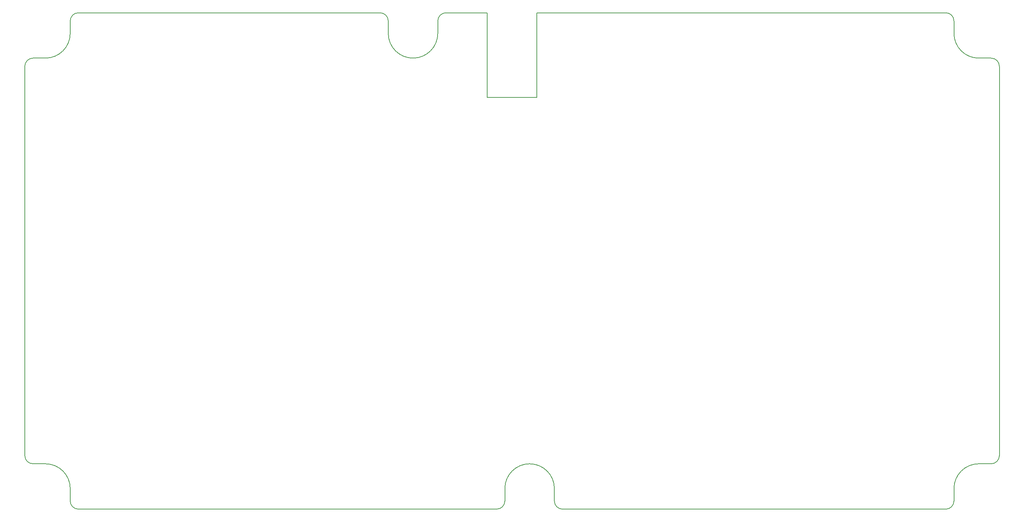
<source format=gbr>
%TF.GenerationSoftware,KiCad,Pcbnew,7.0.7*%
%TF.CreationDate,2023-10-08T10:30:22+09:00*%
%TF.ProjectId,lvls,6c766c73-2e6b-4696-9361-645f70636258,rev?*%
%TF.SameCoordinates,Original*%
%TF.FileFunction,Profile,NP*%
%FSLAX46Y46*%
G04 Gerber Fmt 4.6, Leading zero omitted, Abs format (unit mm)*
G04 Created by KiCad (PCBNEW 7.0.7) date 2023-10-08 10:30:22*
%MOMM*%
%LPD*%
G01*
G04 APERTURE LIST*
%TA.AperFunction,Profile*%
%ADD10C,0.200000*%
%TD*%
G04 APERTURE END LIST*
D10*
X25100000Y-34300000D02*
G75*
G03*
X31100000Y-28300000I0J6000000D01*
G01*
X251199730Y-132670230D02*
G75*
G03*
X245199730Y-138670263I-30J-5999970D01*
G01*
X243199730Y-143670230D02*
G75*
G03*
X245199730Y-141670263I-30J2000030D01*
G01*
X132149865Y-23300000D02*
X132149865Y-43800000D01*
X134396350Y-143670250D02*
G75*
G03*
X136396350Y-141670263I50J1999950D01*
G01*
X22100000Y-132670263D02*
X25100000Y-132670263D01*
X108149865Y-28300000D02*
G75*
G03*
X120149865Y-28300000I6000000J0D01*
G01*
X33100000Y-23300000D02*
X106149865Y-23300000D01*
X33100000Y-23300000D02*
G75*
G03*
X31100000Y-25300000I0J-2000000D01*
G01*
X20100037Y-130670263D02*
G75*
G03*
X22100000Y-132670263I1999963J-37D01*
G01*
X256199730Y-36300000D02*
X256199730Y-130670263D01*
X120149865Y-25300000D02*
X120149865Y-28300000D01*
X31100037Y-141670263D02*
G75*
G03*
X33100000Y-143670263I1999963J-37D01*
G01*
X245199730Y-141670263D02*
X245199730Y-138670263D01*
X254199730Y-34300000D02*
X251199730Y-34300000D01*
X20100000Y-36300000D02*
X20100000Y-130670263D01*
X254199730Y-132670230D02*
G75*
G03*
X256199730Y-130670263I-30J2000030D01*
G01*
X122149865Y-23299965D02*
G75*
G03*
X120149865Y-25300000I35J-2000035D01*
G01*
X122149865Y-23300000D02*
X132149865Y-23300000D01*
X31100007Y-138670263D02*
G75*
G03*
X25100000Y-132670263I-6000007J-7D01*
G01*
X31100000Y-141670263D02*
X31100000Y-138670263D01*
X148396350Y-138670263D02*
G75*
G03*
X136396350Y-138670263I-6000000J0D01*
G01*
X22100000Y-34300000D02*
G75*
G03*
X20100000Y-36300000I0J-2000000D01*
G01*
X132149865Y-43800000D02*
X144149865Y-43800000D01*
X108149900Y-25300000D02*
G75*
G03*
X106149865Y-23300000I-2000000J0D01*
G01*
X136396350Y-141670263D02*
X136396350Y-138670263D01*
X150396350Y-143670263D02*
X243199730Y-143670263D01*
X148396350Y-141670263D02*
X148396350Y-138670263D01*
X245199700Y-25300000D02*
G75*
G03*
X243199730Y-23300000I-1999900J100D01*
G01*
X148396437Y-141670263D02*
G75*
G03*
X150396350Y-143670263I1999963J-37D01*
G01*
X245199730Y-25300000D02*
X245199730Y-28300000D01*
X33100000Y-143670263D02*
X134396350Y-143670263D01*
X245199700Y-28300000D02*
G75*
G03*
X251199730Y-34300000I6000000J0D01*
G01*
X22100000Y-34300000D02*
X25100000Y-34300000D01*
X108149865Y-25300000D02*
X108149865Y-28300000D01*
X31100000Y-25300000D02*
X31100000Y-28300000D01*
X254199730Y-132670263D02*
X251199730Y-132670263D01*
X144149865Y-23300000D02*
X243199730Y-23300000D01*
X256199700Y-36300000D02*
G75*
G03*
X254199730Y-34300000I-1999900J100D01*
G01*
X144149865Y-43800000D02*
X144149865Y-23300000D01*
M02*

</source>
